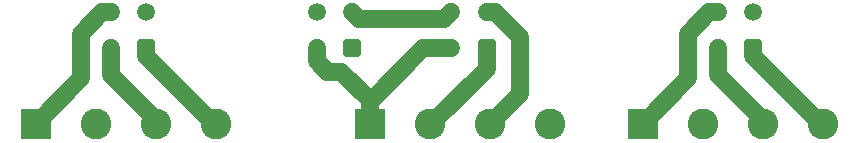
<source format=gbr>
G04 #@! TF.GenerationSoftware,KiCad,Pcbnew,(6.0.11-0)*
G04 #@! TF.CreationDate,2023-07-03T13:35:27+12:00*
G04 #@! TF.ProjectId,molex-adapter,6d6f6c65-782d-4616-9461-707465722e6b,rev?*
G04 #@! TF.SameCoordinates,PX7f50c60PY69db9c0*
G04 #@! TF.FileFunction,Copper,L1,Top*
G04 #@! TF.FilePolarity,Positive*
%FSLAX46Y46*%
G04 Gerber Fmt 4.6, Leading zero omitted, Abs format (unit mm)*
G04 Created by KiCad (PCBNEW (6.0.11-0)) date 2023-07-03 13:35:27*
%MOMM*%
%LPD*%
G01*
G04 APERTURE LIST*
G04 Aperture macros list*
%AMRoundRect*
0 Rectangle with rounded corners*
0 $1 Rounding radius*
0 $2 $3 $4 $5 $6 $7 $8 $9 X,Y pos of 4 corners*
0 Add a 4 corners polygon primitive as box body*
4,1,4,$2,$3,$4,$5,$6,$7,$8,$9,$2,$3,0*
0 Add four circle primitives for the rounded corners*
1,1,$1+$1,$2,$3*
1,1,$1+$1,$4,$5*
1,1,$1+$1,$6,$7*
1,1,$1+$1,$8,$9*
0 Add four rect primitives between the rounded corners*
20,1,$1+$1,$2,$3,$4,$5,0*
20,1,$1+$1,$4,$5,$6,$7,0*
20,1,$1+$1,$6,$7,$8,$9,0*
20,1,$1+$1,$8,$9,$2,$3,0*%
G04 Aperture macros list end*
G04 #@! TA.AperFunction,ComponentPad*
%ADD10RoundRect,0.250001X0.499999X0.499999X-0.499999X0.499999X-0.499999X-0.499999X0.499999X-0.499999X0*%
G04 #@! TD*
G04 #@! TA.AperFunction,ComponentPad*
%ADD11C,1.500000*%
G04 #@! TD*
G04 #@! TA.AperFunction,ComponentPad*
%ADD12R,2.600000X2.600000*%
G04 #@! TD*
G04 #@! TA.AperFunction,ComponentPad*
%ADD13C,2.600000*%
G04 #@! TD*
G04 #@! TA.AperFunction,Conductor*
%ADD14C,1.500000*%
G04 #@! TD*
G04 APERTURE END LIST*
D10*
G04 #@! TO.P,J2,1*
G04 #@! TO.N,b2*
X6710000Y22345661D03*
D11*
G04 #@! TO.P,J2,2*
G04 #@! TO.N,b1*
X3710000Y22345661D03*
G04 #@! TO.P,J2,3*
G04 #@! TO.N,b3*
X6710000Y25345661D03*
G04 #@! TO.P,J2,4*
G04 #@! TO.N,b4*
X3710000Y25345661D03*
G04 #@! TD*
D10*
G04 #@! TO.P,J1,1*
G04 #@! TO.N,c1*
X29289339Y22345661D03*
D11*
G04 #@! TO.P,J1,2*
G04 #@! TO.N,c2*
X26289339Y22345661D03*
G04 #@! TO.P,J1,3*
G04 #@! TO.N,c3*
X29289339Y25345661D03*
G04 #@! TO.P,J1,4*
G04 #@! TO.N,c4*
X26289339Y25345661D03*
G04 #@! TD*
D12*
G04 #@! TO.P,J1,1*
G04 #@! TO.N,c4*
X19949339Y15910661D03*
D13*
G04 #@! TO.P,J1,2*
G04 #@! TO.N,c3*
X25029339Y15910661D03*
G04 #@! TO.P,J1,3*
G04 #@! TO.N,c2*
X30109339Y15910661D03*
G04 #@! TO.P,J1,4*
G04 #@! TO.N,c1*
X35189339Y15910661D03*
G04 #@! TD*
D12*
G04 #@! TO.P,J1,1*
G04 #@! TO.N,a4*
X-31450661Y15910661D03*
D13*
G04 #@! TO.P,J1,2*
G04 #@! TO.N,a3*
X-26370661Y15910661D03*
G04 #@! TO.P,J1,3*
G04 #@! TO.N,a2*
X-21290661Y15910661D03*
G04 #@! TO.P,J1,4*
G04 #@! TO.N,a1*
X-16210661Y15910661D03*
G04 #@! TD*
D10*
G04 #@! TO.P,J1,1*
G04 #@! TO.N,b2*
X-4680000Y22345661D03*
D11*
G04 #@! TO.P,J1,2*
G04 #@! TO.N,b1*
X-7680000Y22345661D03*
G04 #@! TO.P,J1,3*
G04 #@! TO.N,b4*
X-4680000Y25345661D03*
G04 #@! TO.P,J1,4*
G04 #@! TO.N,b3*
X-7680000Y25345661D03*
G04 #@! TD*
D12*
G04 #@! TO.P,J1,1*
G04 #@! TO.N,b1*
X-3190000Y15880662D03*
D13*
G04 #@! TO.P,J1,2*
G04 #@! TO.N,b2*
X1890000Y15880662D03*
G04 #@! TO.P,J1,3*
G04 #@! TO.N,b3*
X6970000Y15880662D03*
G04 #@! TO.P,J1,4*
G04 #@! TO.N,b4*
X12050000Y15880662D03*
G04 #@! TD*
D10*
G04 #@! TO.P,J1,1*
G04 #@! TO.N,a1*
X-22110661Y22345661D03*
D11*
G04 #@! TO.P,J1,2*
G04 #@! TO.N,a2*
X-25110661Y22345661D03*
G04 #@! TO.P,J1,3*
G04 #@! TO.N,a3*
X-22110661Y25345661D03*
G04 #@! TO.P,J1,4*
G04 #@! TO.N,a4*
X-25110661Y25345661D03*
G04 #@! TD*
D14*
G04 #@! TO.N,c1*
X34999339Y15910661D02*
X29289339Y21620661D01*
X35189339Y15910661D02*
X34999339Y15910661D01*
X29289339Y21620661D02*
X29289339Y22345661D01*
G04 #@! TO.N,b1*
X-3190000Y17900000D02*
X-5635661Y20345661D01*
X-3190000Y15880662D02*
X-3190000Y17800000D01*
X-5635661Y20345661D02*
X-6815661Y20345661D01*
X-3190000Y15880662D02*
X-3190000Y17900000D01*
X1355661Y22345661D02*
X3710000Y22345661D01*
X-7680000Y21210000D02*
X-7680000Y22345661D01*
X-3190000Y17800000D02*
X1355661Y22345661D01*
X-6815661Y20345661D02*
X-7680000Y21210000D01*
G04 #@! TO.N,b2*
X1890000Y15880662D02*
X2020001Y15880662D01*
X6710000Y20570661D02*
X6710000Y22345661D01*
X2020001Y15880662D02*
X6710000Y20570661D01*
G04 #@! TO.N,b3*
X6710000Y25345661D02*
X7454339Y25345661D01*
X9550000Y23250000D02*
X9550000Y18460662D01*
X9550000Y18460662D02*
X6970000Y15880662D01*
X7454339Y25345661D02*
X9550000Y23250000D01*
G04 #@! TO.N,b4*
X-4680000Y25345661D02*
X-4084339Y24750000D01*
X-4084339Y24750000D02*
X3114339Y24750000D01*
X3114339Y24750000D02*
X3710000Y25345661D01*
G04 #@! TO.N,a1*
X-16400661Y15910661D02*
X-22110661Y21620661D01*
X-16210661Y15910661D02*
X-16400661Y15910661D01*
X-22110661Y21620661D02*
X-22110661Y22345661D01*
G04 #@! TO.N,a2*
X-21290661Y15910661D02*
X-21290661Y16200661D01*
X-21290661Y16200661D02*
X-25110661Y20020661D01*
X-25110661Y20020661D02*
X-25110661Y22345661D01*
G04 #@! TO.N,a4*
X-27600661Y23560661D02*
X-25815661Y25345661D01*
X-27600661Y19760661D02*
X-27600661Y23560661D01*
X-25815661Y25345661D02*
X-25110661Y25345661D01*
X-31450661Y15910661D02*
X-27600661Y19760661D01*
G04 #@! TO.N,c4*
X23799339Y19760661D02*
X23799339Y23560661D01*
X19949339Y15910661D02*
X23799339Y19760661D01*
X25584339Y25345661D02*
X26289339Y25345661D01*
X23799339Y23560661D02*
X25584339Y25345661D01*
G04 #@! TO.N,c2*
X26289339Y20020661D02*
X26289339Y22345661D01*
X30109339Y15910661D02*
X30109339Y16200661D01*
X30109339Y16200661D02*
X26289339Y20020661D01*
G04 #@! TD*
M02*

</source>
